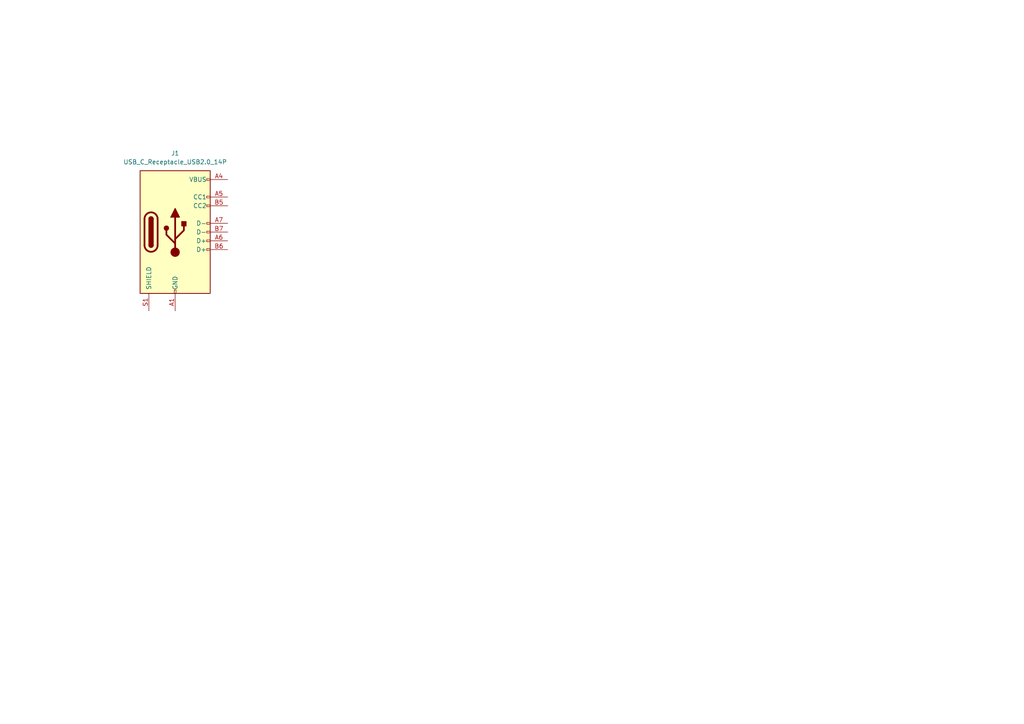
<source format=kicad_sch>
(kicad_sch (version 20250114) (generator "eeschema") (generator_version "9.0")
  (paper "A4")
  (lib_symbols
    (symbol "Connector:USB_C_Receptacle_USB2.0_14P" (pin_names (offset 1.016))
      (property "Reference" "J" (at 0 22.225 0))
      (property "Value" "USB_C_Receptacle_USB2.0_14P" (at 0 19.685 0))
      (symbol "USB_C_Receptacle_USB2.0_14P_0_0"
        (rectangle (start -0.254 -17.78) (end 0.254 -16.764))
        (rectangle (start 10.16 15.494) (end 9.144 14.986))
        (rectangle (start 10.16 10.414) (end 9.144 9.906))
        (rectangle (start 10.16 7.874) (end 9.144 7.366))
        (rectangle (start 10.16 2.794) (end 9.144 2.286))
        (rectangle (start 10.16 0.254) (end 9.144 -0.254))
        (rectangle (start 10.16 -2.286) (end 9.144 -2.794))
        (rectangle (start 10.16 -4.826) (end 9.144 -5.334))
      )
      (symbol "USB_C_Receptacle_USB2.0_14P_0_1"
        (rectangle (start -10.16 17.78) (end 10.16 -17.78) (stroke (width 0.254)) (fill (type background)))
        (polyline (pts (xy -8.89 -3.81) (xy -8.89 3.81)) (stroke (width 0.508)))
        (rectangle (start -7.62 -3.81) (end -6.35 3.81) (stroke (width 0.254)) (fill (type outline)))
        (arc (start -7.62 3.81) (mid -6.985 4.4423) (end -6.35 3.81) (stroke (width 0.254)))
        (arc (start -7.62 3.81) (mid -6.985 4.4423) (end -6.35 3.81) (stroke (width 0.254)) (fill (type outline)))
        (arc (start -8.89 3.81) (mid -6.985 5.7067) (end -5.08 3.81) (stroke (width 0.508)))
        (arc (start -5.08 -3.81) (mid -6.985 -5.7067) (end -8.89 -3.81) (stroke (width 0.508)))
        (arc (start -6.35 -3.81) (mid -6.985 -4.4423) (end -7.62 -3.81) (stroke (width 0.254)))
        (arc (start -6.35 -3.81) (mid -6.985 -4.4423) (end -7.62 -3.81) (stroke (width 0.254)) (fill (type outline)))
        (polyline (pts (xy -5.08 3.81) (xy -5.08 -3.81)) (stroke (width 0.508)))
        (circle (center -2.54 1.143) (radius 0.635) (stroke (width 0.254)) (fill (type outline)))
        (polyline (pts (xy -1.27 4.318) (xy 0 6.858) (xy 1.27 4.318) (xy -1.27 4.318)) (stroke (width 0.254)) (fill (type outline)))
        (polyline (pts (xy 0 -2.032) (xy 2.54 0.508) (xy 2.54 1.778)) (stroke (width 0.508)))
        (polyline (pts (xy 0 -3.302) (xy -2.54 -0.762) (xy -2.54 0.508)) (stroke (width 0.508)))
        (polyline (pts (xy 0 -5.842) (xy 0 4.318)) (stroke (width 0.508)))
        (circle (center 0 -5.842) (radius 1.27) (fill (type outline)))
        (rectangle (start 1.905 1.778) (end 3.175 3.048) (stroke (width 0.254)) (fill (type outline)))
      )
      (symbol "USB_C_Receptacle_USB2.0_14P_1_1"
        (pin passive line (at -7.62 -22.86 90) (length 5.08) (name "SHIELD") (number "S1"))
        (pin passive line (at 0 -22.86 90) (length 5.08) (name "GND") (number "A1"))
        (pin passive line (at 0 -22.86 90) (length 5.08) (hide yes) (name "GND") (number "A12"))
        (pin passive line (at 0 -22.86 90) (length 5.08) (hide yes) (name "GND") (number "B1"))
        (pin passive line (at 0 -22.86 90) (length 5.08) (hide yes) (name "GND") (number "B12"))
        (pin passive line (at 15.24 15.24 180) (length 5.08) (name "VBUS") (number "A4"))
        (pin passive line (at 15.24 15.24 180) (length 5.08) (hide yes) (name "VBUS") (number "A9"))
        (pin passive line (at 15.24 15.24 180) (length 5.08) (hide yes) (name "VBUS") (number "B4"))
        (pin passive line (at 15.24 15.24 180) (length 5.08) (hide yes) (name "VBUS") (number "B9"))
        (pin bidirectional line (at 15.24 10.16 180) (length 5.08) (name "CC1") (number "A5"))
        (pin bidirectional line (at 15.24 7.62 180) (length 5.08) (name "CC2") (number "B5"))
        (pin bidirectional line (at 15.24 2.54 180) (length 5.08) (name "D-") (number "A7"))
        (pin bidirectional line (at 15.24 0 180) (length 5.08) (name "D-") (number "B7"))
        (pin bidirectional line (at 15.24 -2.54 180) (length 5.08) (name "D+") (number "A6"))
        (pin bidirectional line (at 15.24 -5.08 180) (length 5.08) (name "D+") (number "B6"))
      )
    )
  )
  (symbol (lib_id "Connector:USB_C_Receptacle_USB2.0_14P") (at 50.8 67.31 0) (unit 1)
    (property "Reference" "J1" (at 50.8 44.45 0))
    (property "Value" "USB_C_Receptacle_USB2.0_14P" (at 50.8 46.99 0))
    (property "Datasheet" "https://www.usb.org/sites/default/files/documents/usb_type-c.zip" (effects (hide yes)))
    (property "Description" "USB 2.0-only 14P Type-C Receptacle connector" (effects (hide yes)))
  )
)
</source>
